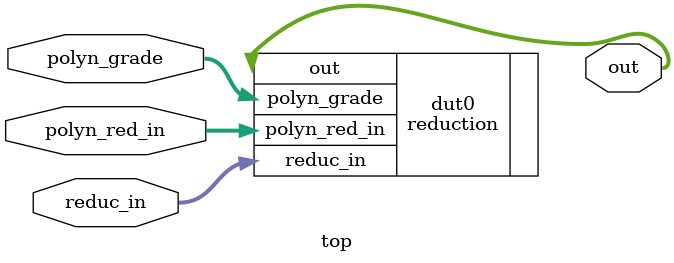
<source format=v>
module top #( parameter DATA_WIDTH = 32) (
    input [$clog2(DATA_WIDTH):0]    polyn_grade,
    input [DATA_WIDTH:0] polyn_red_in,
    input [2*DATA_WIDTH-1:0] reduc_in,
    output [DATA_WIDTH-1:0] out
);

    reduction #(DATA_WIDTH) dut0(
        .polyn_grade(polyn_grade),
        .polyn_red_in(polyn_red_in),
        .reduc_in(reduc_in),
        .out(out)
    );

endmodule
</source>
